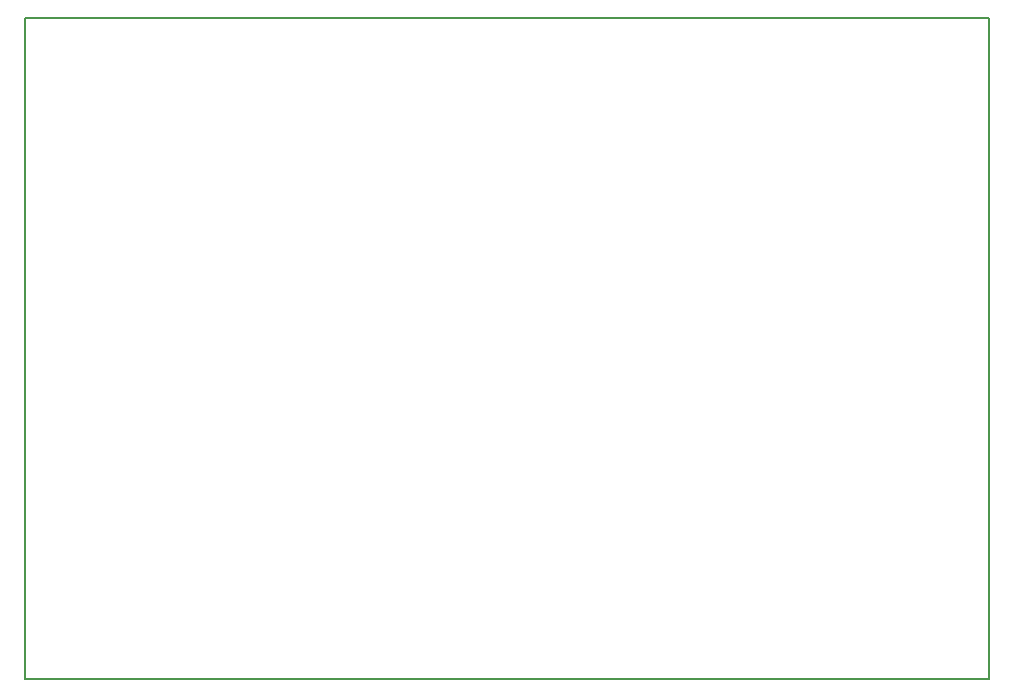
<source format=gm1>
G04*
G04 #@! TF.GenerationSoftware,Altium Limited,Altium Designer,20.0.9 (164)*
G04*
G04 Layer_Color=16711935*
%FSLAX25Y25*%
%MOIN*%
G70*
G01*
G75*
%ADD10C,0.00787*%
D10*
X337795Y488189D02*
X659055D01*
X337795Y267717D02*
X659055D01*
X337795Y488189D02*
X337795Y267717D01*
X659055D02*
Y488189D01*
M02*

</source>
